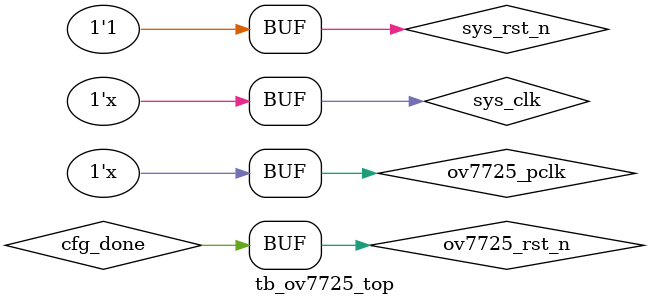
<source format=v>
`timescale  1ns/1ns

module  tb_ov7725_top();

//********************************************************************//
//****************** Parameter and Internal Signal *******************//
//********************************************************************//
//parameter define
parameter   H_VALID   =   10'd640 ,   //行有效数据
            H_TOTAL   =   10'd784 ;   //行扫描周期
parameter   V_SYNC    =   10'd4   ,   //场同步
            V_BACK    =   10'd18  ,   //场时序后沿
            V_VALID   =   10'd480 ,   //场有效数据
            V_FRONT   =   10'd8   ,   //场时序前沿
            V_TOTAL   =   10'd510 ;   //场扫描周期

//wire  define
wire            ov7725_href     ;   //行同步信号
wire            ov7725_vsync    ;   //场同步信号
wire            cfg_done        ;   //寄存器配置完成
wire            sccb_scl        ;   //SCL
wire            sccb_sda        ;   //SDA
wire            wr_en           ;   //图像数据有效使能信号
wire    [15:0]  wr_data         ;   //图像数据
wire            ov7725_rst_n    ;   //模拟ov7725复位信号

//reg   define
reg             sys_clk         ;   //模拟时钟信号
reg             sys_rst_n       ;   //模拟复位信号
reg             ov7725_pclk     ;   //模拟摄像头时钟信号
reg     [7:0]   ov7725_data     ;   //模拟摄像头采集图像数据
reg     [11:0]  cnt_h           ;   //行同步计数器
reg     [9:0]   cnt_v           ;   //场同步计数器

//********************************************************************//
//***************************** Main Code ****************************//
//********************************************************************//
//时钟、复位信号
initial
  begin
    sys_clk     =   1'b1    ;
    ov7725_pclk =   1'b1    ;
    sys_rst_n   <=  1'b0    ;
    #200
    sys_rst_n   <=  1'b1    ;
  end

always  #20 sys_clk = ~sys_clk;
always  #20 ov7725_pclk = ~ov7725_pclk;

assign  ov7725_rst_n = sys_rst_n && cfg_done;

//cnt_h:行同步信号计数器
always@(posedge sys_clk or  negedge sys_rst_n)
    if(sys_rst_n == 1'b0)
        cnt_h   <=  12'd0   ;
    else    if(cnt_h == ((H_TOTAL * 2) - 1'b1))
        cnt_h   <=  12'd0   ;
    else
        cnt_h   <=  cnt_h + 1'd1   ;

//ov7725_href:行同步信号
assign  ov7725_href = (((cnt_h >= 0)
                      && (cnt_h <= ((H_VALID * 2) - 1'b1)))
                      && ((cnt_v >= (V_SYNC + V_BACK))
                      && (cnt_v <= (V_SYNC + V_BACK + V_VALID - 1'b1))))
                      ? 1'b1 : 1'b0  ;

//cnt_v:场同步信号计数器
always@(posedge sys_clk or  negedge sys_rst_n)
    if(sys_rst_n == 1'b0)
        cnt_v   <=  10'd0 ;
    else    if((cnt_v == (V_TOTAL - 1'b1))
                && (cnt_h == ((H_TOTAL * 2) - 1'b1)))
        cnt_v   <=  10'd0 ;
    else    if(cnt_h == ((H_TOTAL * 2) - 1'b1))
        cnt_v   <=  cnt_v + 1'd1 ;
    else
        cnt_v   <=  cnt_v ;

//vsync:场同步信号
assign  ov7725_vsync = (cnt_v  <= (V_SYNC - 1'b1)) ? 1'b1 : 1'b0  ;

//ov7725_data:模拟摄像头采集图像数据
always@(posedge sys_clk or  negedge sys_rst_n)
    if(sys_rst_n == 1'b0)
        ov7725_data <=  8'd0;
    else    if(ov7725_href == 1'b1)
        ov7725_data <=  ov7725_data + 1'b1;
    else
        ov7725_data <=  8'd0;

//********************************************************************//
//*************************** Instantiation **************************//
//********************************************************************//
//------------- ov7725_top_inst -------------
ov7725_top  ov7725_top_inst(

    .sys_clk         (sys_clk       ),   //系统时钟
    .sys_rst_n       (sys_rst_n     ),   //复位信号
    .sys_init_done   (ov7725_rst_n  ),   //系统初始化完成(SDRAM + 摄像头)

    .ov7725_pclk     (ov7725_pclk   ),   //摄像头像素时钟
    .ov7725_href     (ov7725_href   ),   //摄像头行同步信号
    .ov7725_vsync    (ov7725_vsync  ),   //摄像头场同步信号
    .ov7725_data     (ov7725_data   ),   //摄像头图像数据

    .cfg_done        (cfg_done      ),   //寄存器配置完成
    .sccb_scl        (sccb_scl      ),   //SCL
    .sccb_sda        (sccb_sda      ),   //SDA
    .ov7725_wr_en    (wr_en         ),   //图像数据有效使能信号
    .ov7725_data_out (wr_data       )    //图像数据

);

endmodule


</source>
